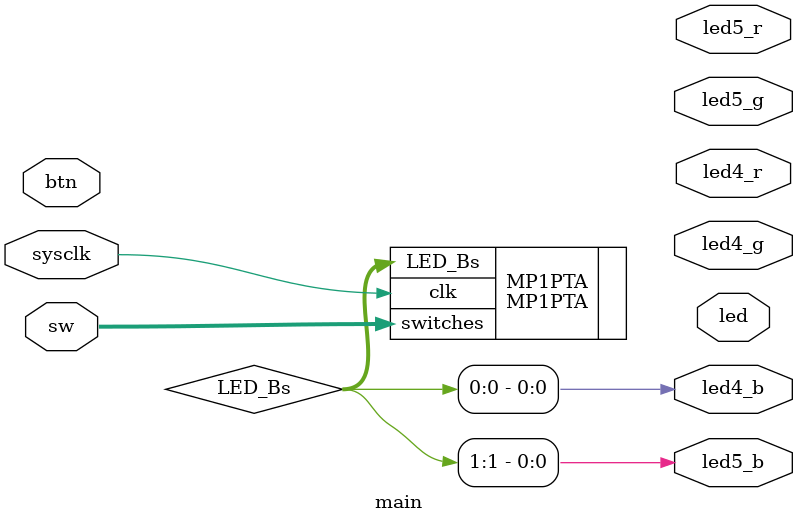
<source format=v>
`timescale 1ns / 1ps

module main(

    input sysclk, // system clock
    
    input [3:0] btn, // Buttons
    input [1:0] sw, //slide switches
    
    output led4_b, led4_g, led4_r, // LD4 RGB LED Controls
    output led5_b, led5_g, led5_r, // LD5 RGB LED Controls
    
    output [3:0] led  // Individual LED Controls
    );
    
    
    wire [1:0] LED_Bs;
    assign led4_b = LED_Bs[0];
    assign led5_b = LED_Bs[1];
    
    MP1PTA MP1PTA(
        .clk(sysclk),
        
        .switches(sw),
        .LED_Bs(LED_Bs)
        );      
        

    
endmodule
</source>
